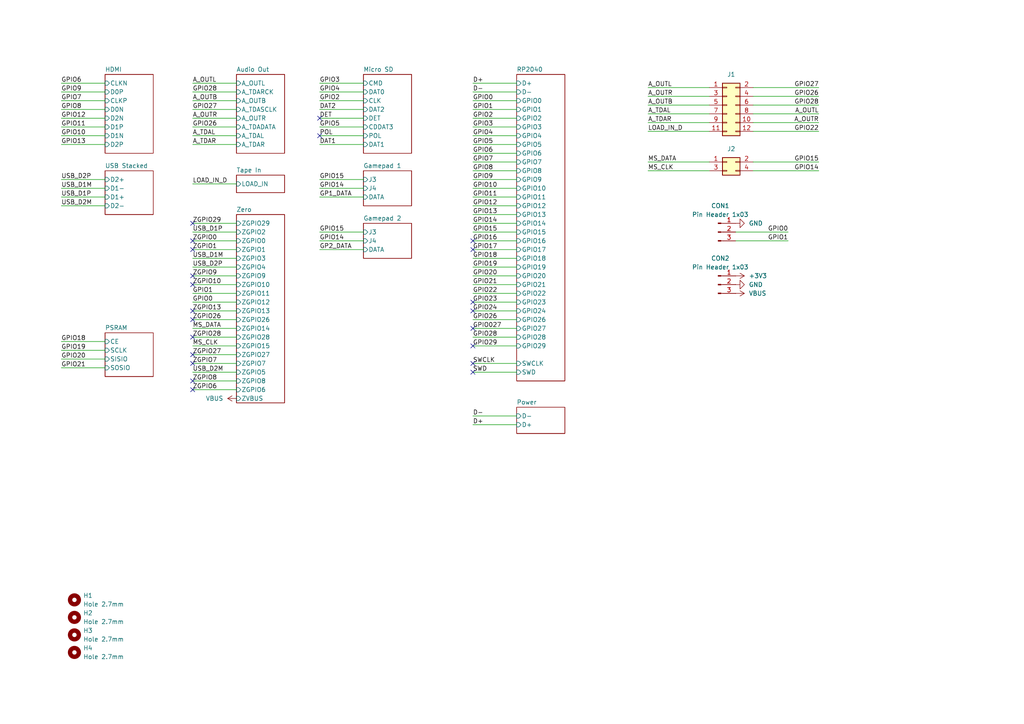
<source format=kicad_sch>
(kicad_sch (version 20250114) (generator "eeschema") (generator_version "9.0")
  (paper "A4")
  (title_block (title "FRANK M1") (date "2025-03-03") (rev "1.14") (company "Mikhail Matveev") (comment 1 "https://github.com/xtremespb/frank"))
  (lib_symbols
    (symbol "Connector:Conn_01x03_Pin" (pin_names (offset 1.016) (hide yes))
      (property "Reference" "J" (at 0 5.08 0))
      (property "Value" "Conn_01x03_Pin" (at 0 -5.08 0))
      (symbol "Conn_01x03_Pin_1_1"
        (rectangle (start 0.8636 2.667) (end 0 2.413) (stroke (width 0.1524)) (fill (type outline)))
        (rectangle (start 0.8636 0.127) (end 0 -0.127) (stroke (width 0.1524)) (fill (type outline)))
        (rectangle (start 0.8636 -2.413) (end 0 -2.667) (stroke (width 0.1524)) (fill (type outline)))
        (polyline (pts (xy 1.27 2.54) (xy 0.8636 2.54)) (stroke (width 0.1524)))
        (polyline (pts (xy 1.27 0) (xy 0.8636 0)) (stroke (width 0.1524)))
        (polyline (pts (xy 1.27 -2.54) (xy 0.8636 -2.54)) (stroke (width 0.1524)))
        (pin passive line (at 5.08 2.54 180) (length 3.81) (name "Pin_1") (number "1"))
        (pin passive line (at 5.08 0 180) (length 3.81) (name "Pin_2") (number "2"))
        (pin passive line (at 5.08 -2.54 180) (length 3.81) (name "Pin_3") (number "3"))
      )
    )
    (symbol "Connector_Generic:Conn_02x02_Odd_Even" (pin_names (offset 1.016) (hide yes))
      (property "Reference" "J" (at 1.27 2.54 0))
      (property "Value" "Conn_02x02_Odd_Even" (at 1.27 -5.08 0))
      (symbol "Conn_02x02_Odd_Even_1_1"
        (rectangle (start -1.27 1.27) (end 3.81 -3.81) (stroke (width 0.254)) (fill (type background)))
        (rectangle (start -1.27 0.127) (end 0 -0.127) (stroke (width 0.1524)))
        (rectangle (start -1.27 -2.413) (end 0 -2.667) (stroke (width 0.1524)))
        (rectangle (start 3.81 0.127) (end 2.54 -0.127) (stroke (width 0.1524)))
        (rectangle (start 3.81 -2.413) (end 2.54 -2.667) (stroke (width 0.1524)))
        (pin passive line (at -5.08 0 0) (length 3.81) (name "Pin_1") (number "1"))
        (pin passive line (at -5.08 -2.54 0) (length 3.81) (name "Pin_3") (number "3"))
        (pin passive line (at 7.62 0 180) (length 3.81) (name "Pin_2") (number "2"))
        (pin passive line (at 7.62 -2.54 180) (length 3.81) (name "Pin_4") (number "4"))
      )
    )
    (symbol "Connector_Generic:Conn_02x06_Odd_Even" (pin_names (offset 1.016) (hide yes))
      (property "Reference" "J" (at 1.27 7.62 0))
      (property "Value" "Conn_02x06_Odd_Even" (at 1.27 -10.16 0))
      (symbol "Conn_02x06_Odd_Even_1_1"
        (rectangle (start -1.27 6.35) (end 3.81 -8.89) (stroke (width 0.254)) (fill (type background)))
        (rectangle (start -1.27 5.207) (end 0 4.953) (stroke (width 0.1524)))
        (rectangle (start -1.27 2.667) (end 0 2.413) (stroke (width 0.1524)))
        (rectangle (start -1.27 0.127) (end 0 -0.127) (stroke (width 0.1524)))
        (rectangle (start -1.27 -2.413) (end 0 -2.667) (stroke (width 0.1524)))
        (rectangle (start -1.27 -4.953) (end 0 -5.207) (stroke (width 0.1524)))
        (rectangle (start -1.27 -7.493) (end 0 -7.747) (stroke (width 0.1524)))
        (rectangle (start 3.81 5.207) (end 2.54 4.953) (stroke (width 0.1524)))
        (rectangle (start 3.81 2.667) (end 2.54 2.413) (stroke (width 0.1524)))
        (rectangle (start 3.81 0.127) (end 2.54 -0.127) (stroke (width 0.1524)))
        (rectangle (start 3.81 -2.413) (end 2.54 -2.667) (stroke (width 0.1524)))
        (rectangle (start 3.81 -4.953) (end 2.54 -5.207) (stroke (width 0.1524)))
        (rectangle (start 3.81 -7.493) (end 2.54 -7.747) (stroke (width 0.1524)))
        (pin passive line (at -5.08 5.08 0) (length 3.81) (name "Pin_1") (number "1"))
        (pin passive line (at -5.08 2.54 0) (length 3.81) (name "Pin_3") (number "3"))
        (pin passive line (at -5.08 0 0) (length 3.81) (name "Pin_5") (number "5"))
        (pin passive line (at -5.08 -2.54 0) (length 3.81) (name "Pin_7") (number "7"))
        (pin passive line (at -5.08 -5.08 0) (length 3.81) (name "Pin_9") (number "9"))
        (pin passive line (at -5.08 -7.62 0) (length 3.81) (name "Pin_11") (number "11"))
        (pin passive line (at 7.62 5.08 180) (length 3.81) (name "Pin_2") (number "2"))
        (pin passive line (at 7.62 2.54 180) (length 3.81) (name "Pin_4") (number "4"))
        (pin passive line (at 7.62 0 180) (length 3.81) (name "Pin_6") (number "6"))
        (pin passive line (at 7.62 -2.54 180) (length 3.81) (name "Pin_8") (number "8"))
        (pin passive line (at 7.62 -5.08 180) (length 3.81) (name "Pin_10") (number "10"))
        (pin passive line (at 7.62 -7.62 180) (length 3.81) (name "Pin_12") (number "12"))
      )
    )
    (symbol "Mechanical:MountingHole" (pin_names (offset 1.016)) (exclude_from_sim yes) (in_bom no)
      (property "Reference" "H" (at 0 5.08 0))
      (property "Value" "MountingHole" (at 0 3.175 0))
      (symbol "MountingHole_0_1"
        (circle (center 0 0) (radius 1.27) (stroke (width 1.27)))
      )
    )
    (symbol "power:+3V3" (power) (pin_numbers (hide yes)) (pin_names (offset 0) (hide yes))
      (property "Value" "+3V3" (at 0 3.556 0))
      (symbol "+3V3_0_1"
        (polyline (pts (xy -0.762 1.27) (xy 0 2.54)))
        (polyline (pts (xy 0 2.54) (xy 0.762 1.27)))
        (polyline (pts (xy 0 0) (xy 0 2.54)))
      )
      (symbol "+3V3_1_1"
        (pin power_in line (at 0 0 90) (length 0) (name "~") (number "1"))
      )
    )
    (symbol "power:GND" (power) (pin_numbers (hide yes)) (pin_names (offset 0) (hide yes))
      (property "Value" "GND" (at 0 -3.81 0))
      (symbol "GND_0_1"
        (polyline (pts (xy 0 0) (xy 0 -1.27) (xy 1.27 -1.27) (xy 0 -2.54) (xy -1.27 -1.27) (xy 0 -1.27)))
      )
      (symbol "GND_1_1"
        (pin power_in line (at 0 0 270) (length 0) (name "~") (number "1"))
      )
    )
    (symbol "power:VBUS" (power) (pin_numbers (hide yes)) (pin_names (offset 0) (hide yes))
      (property "Value" "VBUS" (at 0 3.556 0))
      (symbol "VBUS_0_1"
        (polyline (pts (xy -0.762 1.27) (xy 0 2.54)))
        (polyline (pts (xy 0 2.54) (xy 0.762 1.27)))
        (polyline (pts (xy 0 0) (xy 0 2.54)))
      )
      (symbol "VBUS_1_1"
        (pin power_in line (at 0 0 90) (length 0) (name "~") (number "1"))
      )
    )
  )
  (no_connect (at 55.88 110.49))
  (no_connect (at 55.88 92.71))
  (no_connect (at 137.16 107.95))
  (no_connect (at 55.88 64.77))
  (no_connect (at 137.16 95.25))
  (no_connect (at 55.88 102.87))
  (no_connect (at 137.16 69.85))
  (no_connect (at 55.88 69.85))
  (no_connect (at 55.88 105.41))
  (no_connect (at 55.88 90.17))
  (no_connect (at 137.16 105.41))
  (no_connect (at 92.71 34.29))
  (no_connect (at 92.71 39.37))
  (no_connect (at 55.88 80.01))
  (no_connect (at 55.88 113.03))
  (no_connect (at 55.88 72.39))
  (no_connect (at 137.16 100.33))
  (no_connect (at 137.16 87.63))
  (no_connect (at 55.88 82.55))
  (no_connect (at 55.88 97.79))
  (no_connect (at 137.16 90.17))
  (no_connect (at 137.16 72.39))
  (wire (pts (xy 137.16 57.15) (xy 149.86 57.15)))
  (wire (pts (xy 137.16 62.23) (xy 149.86 62.23)))
  (wire (pts (xy 137.16 120.65) (xy 149.86 120.65)))
  (wire (pts (xy 137.16 36.83) (xy 149.86 36.83)))
  (wire (pts (xy 55.88 53.34) (xy 68.58 53.34)))
  (wire (pts (xy 218.44 38.1) (xy 237.49 38.1)))
  (wire (pts (xy 92.71 26.67) (xy 105.41 26.67)))
  (wire (pts (xy 137.16 46.99) (xy 149.86 46.99)))
  (wire (pts (xy 17.78 36.83) (xy 30.48 36.83)))
  (wire (pts (xy 55.88 100.33) (xy 68.58 100.33)))
  (wire (pts (xy 55.88 41.91) (xy 68.58 41.91)))
  (wire (pts (xy 187.96 25.4) (xy 205.74 25.4)))
  (wire (pts (xy 187.96 27.94) (xy 205.74 27.94)))
  (wire (pts (xy 137.16 29.21) (xy 149.86 29.21)))
  (wire (pts (xy 92.71 31.75) (xy 105.41 31.75)))
  (wire (pts (xy 137.16 82.55) (xy 149.86 82.55)))
  (wire (pts (xy 55.88 107.95) (xy 68.58 107.95)))
  (wire (pts (xy 187.96 46.99) (xy 205.74 46.99)))
  (wire (pts (xy 137.16 44.45) (xy 149.86 44.45)))
  (wire (pts (xy 17.78 59.69) (xy 30.48 59.69)))
  (wire (pts (xy 55.88 74.93) (xy 68.58 74.93)))
  (wire (pts (xy 55.88 72.39) (xy 68.58 72.39)))
  (wire (pts (xy 92.71 57.15) (xy 105.41 57.15)))
  (wire (pts (xy 228.6 69.85) (xy 213.36 69.85)))
  (wire (pts (xy 92.71 41.91) (xy 105.41 41.91)))
  (wire (pts (xy 137.16 24.13) (xy 149.86 24.13)))
  (wire (pts (xy 218.44 33.02) (xy 237.49 33.02)))
  (wire (pts (xy 17.78 54.61) (xy 30.48 54.61)))
  (wire (pts (xy 92.71 39.37) (xy 105.41 39.37)))
  (wire (pts (xy 55.88 110.49) (xy 68.58 110.49)))
  (wire (pts (xy 55.88 95.25) (xy 68.58 95.25)))
  (wire (pts (xy 55.88 97.79) (xy 68.58 97.79)))
  (wire (pts (xy 137.16 90.17) (xy 149.86 90.17)))
  (wire (pts (xy 187.96 38.1) (xy 205.74 38.1)))
  (wire (pts (xy 137.16 74.93) (xy 149.86 74.93)))
  (wire (pts (xy 218.44 27.94) (xy 237.49 27.94)))
  (wire (pts (xy 55.88 29.21) (xy 68.58 29.21)))
  (wire (pts (xy 17.78 101.6) (xy 30.48 101.6)))
  (wire (pts (xy 137.16 26.67) (xy 149.86 26.67)))
  (wire (pts (xy 55.88 67.31) (xy 68.58 67.31)))
  (wire (pts (xy 137.16 34.29) (xy 149.86 34.29)))
  (wire (pts (xy 55.88 77.47) (xy 68.58 77.47)))
  (wire (pts (xy 137.16 39.37) (xy 149.86 39.37)))
  (wire (pts (xy 55.88 80.01) (xy 68.58 80.01)))
  (wire (pts (xy 137.16 87.63) (xy 149.86 87.63)))
  (wire (pts (xy 17.78 31.75) (xy 30.48 31.75)))
  (wire (pts (xy 55.88 69.85) (xy 68.58 69.85)))
  (wire (pts (xy 187.96 49.53) (xy 205.74 49.53)))
  (wire (pts (xy 55.88 113.03) (xy 68.58 113.03)))
  (wire (pts (xy 92.71 67.31) (xy 105.41 67.31)))
  (wire (pts (xy 17.78 26.67) (xy 30.48 26.67)))
  (wire (pts (xy 17.78 24.13) (xy 30.48 24.13)))
  (wire (pts (xy 137.16 85.09) (xy 149.86 85.09)))
  (wire (pts (xy 55.88 85.09) (xy 68.58 85.09)))
  (wire (pts (xy 218.44 30.48) (xy 237.49 30.48)))
  (wire (pts (xy 92.71 36.83) (xy 105.41 36.83)))
  (wire (pts (xy 218.44 49.53) (xy 237.49 49.53)))
  (wire (pts (xy 55.88 90.17) (xy 68.58 90.17)))
  (wire (pts (xy 137.16 52.07) (xy 149.86 52.07)))
  (wire (pts (xy 55.88 26.67) (xy 68.58 26.67)))
  (wire (pts (xy 92.71 72.39) (xy 105.41 72.39)))
  (wire (pts (xy 17.78 39.37) (xy 30.48 39.37)))
  (wire (pts (xy 137.16 95.25) (xy 149.86 95.25)))
  (wire (pts (xy 17.78 104.14) (xy 30.48 104.14)))
  (wire (pts (xy 137.16 67.31) (xy 149.86 67.31)))
  (wire (pts (xy 17.78 52.07) (xy 30.48 52.07)))
  (wire (pts (xy 55.88 105.41) (xy 68.58 105.41)))
  (wire (pts (xy 137.16 105.41) (xy 149.86 105.41)))
  (wire (pts (xy 137.16 41.91) (xy 149.86 41.91)))
  (wire (pts (xy 17.78 99.06) (xy 30.48 99.06)))
  (wire (pts (xy 137.16 92.71) (xy 149.86 92.71)))
  (wire (pts (xy 17.78 29.21) (xy 30.48 29.21)))
  (wire (pts (xy 55.88 82.55) (xy 68.58 82.55)))
  (wire (pts (xy 55.88 34.29) (xy 68.58 34.29)))
  (wire (pts (xy 218.44 46.99) (xy 237.49 46.99)))
  (wire (pts (xy 92.71 52.07) (xy 105.41 52.07)))
  (wire (pts (xy 137.16 54.61) (xy 149.86 54.61)))
  (wire (pts (xy 137.16 64.77) (xy 149.86 64.77)))
  (wire (pts (xy 218.44 35.56) (xy 237.49 35.56)))
  (wire (pts (xy 17.78 57.15) (xy 30.48 57.15)))
  (wire (pts (xy 55.88 24.13) (xy 68.58 24.13)))
  (wire (pts (xy 137.16 100.33) (xy 149.86 100.33)))
  (wire (pts (xy 137.16 69.85) (xy 149.86 69.85)))
  (wire (pts (xy 55.88 36.83) (xy 68.58 36.83)))
  (wire (pts (xy 137.16 97.79) (xy 149.86 97.79)))
  (wire (pts (xy 55.88 31.75) (xy 68.58 31.75)))
  (wire (pts (xy 137.16 49.53) (xy 149.86 49.53)))
  (wire (pts (xy 137.16 107.95) (xy 149.86 107.95)))
  (wire (pts (xy 218.44 25.4) (xy 237.49 25.4)))
  (wire (pts (xy 187.96 30.48) (xy 205.74 30.48)))
  (wire (pts (xy 187.96 35.56) (xy 205.74 35.56)))
  (wire (pts (xy 137.16 59.69) (xy 149.86 59.69)))
  (wire (pts (xy 92.71 54.61) (xy 105.41 54.61)))
  (wire (pts (xy 92.71 34.29) (xy 105.41 34.29)))
  (wire (pts (xy 228.6 67.31) (xy 213.36 67.31)))
  (wire (pts (xy 55.88 64.77) (xy 68.58 64.77)))
  (wire (pts (xy 55.88 39.37) (xy 68.58 39.37)))
  (wire (pts (xy 92.71 69.85) (xy 105.41 69.85)))
  (wire (pts (xy 137.16 72.39) (xy 149.86 72.39)))
  (wire (pts (xy 55.88 87.63) (xy 68.58 87.63)))
  (wire (pts (xy 137.16 77.47) (xy 149.86 77.47)))
  (wire (pts (xy 55.88 92.71) (xy 68.58 92.71)))
  (wire (pts (xy 17.78 106.68) (xy 30.48 106.68)))
  (wire (pts (xy 137.16 31.75) (xy 149.86 31.75)))
  (wire (pts (xy 137.16 123.19) (xy 149.86 123.19)))
  (wire (pts (xy 17.78 34.29) (xy 30.48 34.29)))
  (wire (pts (xy 55.88 102.87) (xy 68.58 102.87)))
  (wire (pts (xy 92.71 29.21) (xy 105.41 29.21)))
  (wire (pts (xy 137.16 80.01) (xy 149.86 80.01)))
  (wire (pts (xy 17.78 41.91) (xy 30.48 41.91)))
  (wire (pts (xy 187.96 33.02) (xy 205.74 33.02)))
  (wire (pts (xy 92.71 24.13) (xy 105.41 24.13)))
  (label "GPIO16" (at 137.16 69.85 0))
  (label "D+" (at 137.16 24.13 0))
  (label "A_OUTL" (at 237.49 33.02 180))
  (label "GPIO7" (at 17.78 29.21 0))
  (label "GPIO14" (at 92.71 69.85 0))
  (label "GPIO15" (at 92.71 67.31 0))
  (label "ZGPIO7" (at 55.88 105.41 0))
  (label "ZGPIO8" (at 55.88 110.49 0))
  (label "GPIO10" (at 137.16 54.61 0))
  (label "GPIO19" (at 17.78 101.6 0))
  (label "GPIO3" (at 92.71 24.13 0))
  (label "GPIO26" (at 137.16 92.71 0))
  (label "USB_D1P" (at 55.88 67.31 0))
  (label "GPIO12" (at 137.16 59.69 0))
  (label "ZGPIO29" (at 55.88 64.77 0))
  (label "GP1_DATA" (at 92.71 57.15 0))
  (label "ZGPIO9" (at 55.88 80.01 0))
  (label "GPIO20" (at 17.78 104.14 0))
  (label "GPIO9" (at 137.16 52.07 0))
  (label "GPIO1" (at 228.6 69.85 180))
  (label "GPIO0" (at 55.88 87.63 0))
  (label "GPIO14" (at 92.71 54.61 0))
  (label "GPIO23" (at 137.16 87.63 0))
  (label "ZGPIO1" (at 55.88 72.39 0))
  (label "A_TDAL" (at 187.96 33.02 0))
  (label "SWCLK" (at 137.16 105.41 0))
  (label "GPIO26" (at 55.88 36.83 0))
  (label "LOAD_IN_D" (at 55.88 53.34 0))
  (label "GPIO18" (at 17.78 99.06 0))
  (label "GPIO24" (at 137.16 90.17 0))
  (label "A_OUTL" (at 187.96 25.4 0))
  (label "GPIO1" (at 137.16 31.75 0))
  (label "GPIO20" (at 137.16 80.01 0))
  (label "GPIO5" (at 92.71 36.83 0))
  (label "GPIO14" (at 137.16 64.77 0))
  (label "GPIO28" (at 55.88 26.67 0))
  (label "GPIO27" (at 55.88 31.75 0))
  (label "GPIO12" (at 17.78 34.29 0))
  (label "DAT2" (at 92.71 31.75 0))
  (label "MS_CLK" (at 187.96 49.53 0))
  (label "USB_D1M" (at 17.78 54.61 0))
  (label "GPIO15" (at 237.49 46.99 180))
  (label "SWD" (at 137.16 107.95 0))
  (label "USB_D2P" (at 17.78 52.07 0))
  (label "D-" (at 137.16 26.67 0))
  (label "A_TDAL" (at 55.88 39.37 0))
  (label "GPIO7" (at 137.16 46.99 0))
  (label "GPIO4" (at 137.16 39.37 0))
  (label "ZGPIO26" (at 55.88 92.71 0))
  (label "GPIO17" (at 137.16 72.39 0))
  (label "LOAD_IN_D" (at 187.96 38.1 0))
  (label "GPIO027" (at 137.16 95.25 0))
  (label "USB_D2M" (at 17.78 59.69 0))
  (label "GPIO15" (at 137.16 67.31 0))
  (label "MS_DATA" (at 55.88 95.25 0))
  (label "MS_CLK" (at 55.88 100.33 0))
  (label "GPIO1" (at 55.88 85.09 0))
  (label "GPIO8" (at 137.16 49.53 0))
  (label "D-" (at 137.16 120.65 0))
  (label "GPIO18" (at 137.16 74.93 0))
  (label "A_OUTB" (at 55.88 29.21 0))
  (label "GPIO5" (at 137.16 41.91 0))
  (label "GPIO28" (at 237.49 30.48 180))
  (label "ZGPIO28" (at 55.88 97.79 0))
  (label "GPIO3" (at 137.16 36.83 0))
  (label "GPIO13" (at 17.78 41.91 0))
  (label "ZGPIO27" (at 55.88 102.87 0))
  (label "A_OUTB" (at 187.96 30.48 0))
  (label "POL" (at 92.71 39.37 0))
  (label "ZGPIO13" (at 55.88 90.17 0))
  (label "GPIO2" (at 92.71 29.21 0))
  (label "GPIO6" (at 17.78 24.13 0))
  (label "GPIO11" (at 137.16 57.15 0))
  (label "GPIO22" (at 137.16 85.09 0))
  (label "DAT1" (at 92.71 41.91 0))
  (label "GP2_DATA" (at 92.71 72.39 0))
  (label "ZGPIO10" (at 55.88 82.55 0))
  (label "ZGPIO0" (at 55.88 69.85 0))
  (label "MS_DATA" (at 187.96 46.99 0))
  (label "GPIO8" (at 17.78 31.75 0))
  (label "GPIO6" (at 137.16 44.45 0))
  (label "GPIO11" (at 17.78 36.83 0))
  (label "USB_D2P" (at 55.88 77.47 0))
  (label "D+" (at 137.16 123.19 0))
  (label "GPIO26" (at 237.49 27.94 180))
  (label "A_OUTR" (at 187.96 27.94 0))
  (label "GPIO27" (at 237.49 25.4 180))
  (label "GPIO29" (at 137.16 100.33 0))
  (label "A_OUTR" (at 55.88 34.29 0))
  (label "GPIO21" (at 17.78 106.68 0))
  (label "A_OUTR" (at 237.49 35.56 180))
  (label "A_TDAR" (at 187.96 35.56 0))
  (label "GPIO13" (at 137.16 62.23 0))
  (label "A_TDAR" (at 55.88 41.91 0))
  (label "GPIO0" (at 228.6 67.31 180))
  (label "GPIO4" (at 92.71 26.67 0))
  (label "GPIO2" (at 137.16 34.29 0))
  (label "GPIO15" (at 92.71 52.07 0))
  (label "A_OUTL" (at 55.88 24.13 0))
  (label "GPIO9" (at 17.78 26.67 0))
  (label "GPIO28" (at 137.16 97.79 0))
  (label "USB_D1M" (at 55.88 74.93 0))
  (label "ZGPIO6" (at 55.88 113.03 0))
  (label "GPIO14" (at 237.49 49.53 180))
  (label "GPIO22" (at 237.49 38.1 180))
  (label "GPIO10" (at 17.78 39.37 0))
  (label "USB_D2M" (at 55.88 107.95 0))
  (label "GPIO21" (at 137.16 82.55 0))
  (label "GPIO0" (at 137.16 29.21 0))
  (label "USB_D1P" (at 17.78 57.15 0))
  (label "GPIO19" (at 137.16 77.47 0))
  (label "DET" (at 92.71 34.29 0))
  (symbol (lib_id "power:VBUS") (at 213.36 85.09 270) (unit 1)
    (property "Reference" "#PWR04" (effects (hide yes)))
    (property "Value" "VBUS" (at 217.17 85.0899 90) (effects (justify left)))
    (property "Description" "Power symbol creates a global label with name \"VBUS\"" (effects (hide yes)))
  )
  (symbol (lib_id "Connector:Conn_01x03_Pin") (at 208.28 67.31 0) (unit 1)
    (property "Reference" "CON1" (at 208.915 59.69 0))
    (property "Value" "Pin Header 1x03" (at 208.915 62.23 0))
    (property "Footprint" "FRANK:Pin Header (1x03)" (effects (hide yes)))
    (property "Description" "Generic connector, single row, 01x03, script generated" (effects (hide yes)))
    (property "AliExpress" "https://www.aliexpress.com/item/1005007039504981.html" (effects (hide yes)))
  )
  (symbol (lib_id "power:+3V3") (at 213.36 80.01 270) (unit 1)
    (property "Reference" "#PWR02" (effects (hide yes)))
    (property "Value" "+3V3" (at 217.17 80.0099 90) (effects (justify left)))
    (property "Description" "Power symbol creates a global label with name \"+3V3\"" (effects (hide yes)))
  )
  (symbol (lib_id "power:GND") (at 213.36 64.77 90) (unit 1)
    (property "Reference" "#PWR01" (effects (hide yes)))
    (property "Value" "GND" (at 217.17 64.7699 90) (effects (justify right)))
    (property "Description" "Power symbol creates a global label with name \"GND\" , ground" (effects (hide yes)))
  )
  (symbol (lib_id "Connector_Generic:Conn_02x02_Odd_Even") (at 210.82 46.99 0) (unit 1)
    (property "Reference" "J2" (at 212.09 43.18 0))
    (property "Value" "Pin Header 2x18" (effects (hide yes)))
    (property "Footprint" "FRANK:Pin Header (2x02)" (effects (hide yes)))
    (property "Description" "Generic connector, double row, 02x02, odd/even pin numbering scheme (row 1 odd numbers, row 2 even numbers), script generated (kicad-library-utils/schlib/autogen/connector/)" (effects (hide yes)))
    (property "AliExpress" "https://www.aliexpress.com/item/1005006804478835.html" (effects (hide yes)))
  )
  (symbol (lib_id "power:GND") (at 213.36 82.55 90) (unit 1)
    (property "Reference" "#PWR03" (effects (hide yes)))
    (property "Value" "GND" (at 217.17 82.5499 90) (effects (justify right)))
    (property "Description" "Power symbol creates a global label with name \"GND\" , ground" (effects (hide yes)))
  )
  (symbol (lib_id "Mechanical:MountingHole") (at 21.59 184.15 0) (unit 1) (exclude_from_sim yes) (in_bom no)
    (property "Reference" "H3" (at 24.13 182.8799 0) (effects (justify left)))
    (property "Value" "Hole 2.7mm" (at 24.13 185.4199 0) (effects (justify left)))
    (property "Footprint" "FRANK:Mounting Hole (2.7mm)" (effects (hide yes)))
    (property "Description" "Mounting Hole without connection" (effects (hide yes)))
  )
  (symbol (lib_id "Mechanical:MountingHole") (at 21.59 179.07 0) (unit 1) (exclude_from_sim yes) (in_bom no)
    (property "Reference" "H2" (at 24.13 177.7999 0) (effects (justify left)))
    (property "Value" "Hole 2.7mm" (at 24.13 180.3399 0) (effects (justify left)))
    (property "Footprint" "FRANK:Mounting Hole (2.7mm)" (effects (hide yes)))
    (property "Description" "Mounting Hole without connection" (effects (hide yes)))
  )
  (symbol (lib_id "Mechanical:MountingHole") (at 21.59 189.23 0) (unit 1) (exclude_from_sim yes) (in_bom no)
    (property "Reference" "H4" (at 24.13 187.9599 0) (effects (justify left)))
    (property "Value" "Hole 2.7mm" (at 24.13 190.4999 0) (effects (justify left)))
    (property "Footprint" "FRANK:Mounting Hole (2.7mm)" (effects (hide yes)))
    (property "Description" "Mounting Hole without connection" (effects (hide yes)))
  )
  (symbol (lib_id "Mechanical:MountingHole") (at 21.59 173.99 0) (unit 1) (exclude_from_sim yes) (in_bom no)
    (property "Reference" "H1" (at 24.13 172.7199 0) (effects (justify left)))
    (property "Value" "Hole 2.7mm" (at 24.13 175.2599 0) (effects (justify left)))
    (property "Footprint" "FRANK:Mounting Hole (2.7mm)" (effects (hide yes)))
    (property "Description" "Mounting Hole without connection" (effects (hide yes)))
  )
  (symbol (lib_id "power:VBUS") (at 68.58 115.57 90) (unit 1)
    (property "Reference" "#PWR076" (effects (hide yes)))
    (property "Value" "VBUS" (at 64.77 115.5699 90) (effects (justify left)))
    (property "Description" "Power symbol creates a global label with name \"VBUS\"" (effects (hide yes)))
  )
  (symbol (lib_id "Connector:Conn_01x03_Pin") (at 208.28 82.55 0) (unit 1)
    (property "Reference" "CON2" (at 208.915 74.93 0))
    (property "Value" "Pin Header 1x03" (at 208.915 77.47 0))
    (property "Footprint" "FRANK:Pin Header (1x03)" (effects (hide yes)))
    (property "Description" "Generic connector, single row, 01x03, script generated" (effects (hide yes)))
    (property "AliExpress" "https://www.aliexpress.com/item/1005007039504981.html" (effects (hide yes)))
  )
  (symbol (lib_id "Connector_Generic:Conn_02x06_Odd_Even") (at 210.82 30.48 0) (unit 1)
    (property "Reference" "J1" (at 212.09 21.59 0))
    (property "Value" "Pin Header 2x18" (effects (hide yes)))
    (property "Footprint" "FRANK:DIP Switch (6x6)" (effects (hide yes)))
    (property "Description" "Generic connector, double row, 02x06, odd/even pin numbering scheme (row 1 odd numbers, row 2 even numbers), script generated (kicad-library-utils/schlib/autogen/connector/)" (effects (hide yes)))
    (property "AliExpress" "https://www.aliexpress.com/item/1005006804478835.html" (effects (hide yes)))
  )
  (sheet (at 105.41 21.59) (size 13.97 22.86) (stroke (width 0.1524))
    (property "Sheetname" "Micro SD" (at 105.41 20.8784 0) (effects (justify left bottom)))
    (property "Sheetfile" "sd.kicad_sch" (effects (hide yes)))
    (pin "CMD" input (at 105.41 24.13 180))
    (pin "DAT0" input (at 105.41 26.67 180))
    (pin "CLK" input (at 105.41 29.21 180))
    (pin "DAT2" input (at 105.41 31.75 180))
    (pin "DET" input (at 105.41 34.29 180))
    (pin "CDDAT3" input (at 105.41 36.83 180))
    (pin "POL" input (at 105.41 39.37 180))
    (pin "DAT1" input (at 105.41 41.91 180))
  )
  (sheet (at 68.58 50.8) (size 13.97 5.08) (stroke (width 0.1524))
    (property "Sheetname" "Tape In" (at 68.58 50.0884 0) (effects (justify left bottom)))
    (property "Sheetfile" "tape.kicad_sch" (effects (hide yes)))
    (pin "LOAD_IN" input (at 68.58 53.34 180))
  )
  (sheet (at 149.86 118.11) (size 13.97 7.62) (stroke (width 0.1524))
    (property "Sheetname" "Power" (at 149.86 117.3984 0) (effects (justify left bottom)))
    (property "Sheetfile" "power.kicad_sch" (effects (hide yes)))
    (pin "D-" input (at 149.86 120.65 180))
    (pin "D+" input (at 149.86 123.19 180))
  )
  (sheet (at 105.41 49.53) (size 13.97 10.16) (stroke (width 0.1524))
    (property "Sheetname" "Gamepad 1" (at 105.41 48.8184 0) (effects (justify left bottom)))
    (property "Sheetfile" "gamepad.kicad_sch" (effects (hide yes)))
    (pin "J3" input (at 105.41 52.07 180))
    (pin "J4" input (at 105.41 54.61 180))
    (pin "DATA" input (at 105.41 57.15 180))
  )
  (sheet (at 149.86 21.59) (size 13.97 88.9) (stroke (width 0.1524))
    (property "Sheetname" "RP2040" (at 149.86 20.8784 0) (effects (justify left bottom)))
    (property "Sheetfile" "rp2040.kicad_sch" (effects (hide yes)))
    (pin "D+" input (at 149.86 24.13 180))
    (pin "D-" input (at 149.86 26.67 180))
    (pin "GPIO0" input (at 149.86 29.21 180))
    (pin "GPIO1" input (at 149.86 31.75 180))
    (pin "GPIO2" input (at 149.86 34.29 180))
    (pin "GPIO3" input (at 149.86 36.83 180))
    (pin "GPIO4" input (at 149.86 39.37 180))
    (pin "GPIO5" input (at 149.86 41.91 180))
    (pin "GPIO6" input (at 149.86 44.45 180))
    (pin "GPIO7" input (at 149.86 46.99 180))
    (pin "GPIO8" input (at 149.86 49.53 180))
    (pin "GPIO9" input (at 149.86 52.07 180))
    (pin "GPIO10" input (at 149.86 54.61 180))
    (pin "GPIO11" input (at 149.86 57.15 180))
    (pin "GPIO12" input (at 149.86 59.69 180))
    (pin "GPIO13" input (at 149.86 62.23 180))
    (pin "GPIO14" input (at 149.86 64.77 180))
    (pin "GPIO15" input (at 149.86 67.31 180))
    (pin "GPIO16" input (at 149.86 69.85 180))
    (pin "GPIO17" input (at 149.86 72.39 180))
    (pin "GPIO18" input (at 149.86 74.93 180))
    (pin "GPIO19" input (at 149.86 77.47 180))
    (pin "GPIO20" input (at 149.86 80.01 180))
    (pin "GPIO21" input (at 149.86 82.55 180))
    (pin "GPIO22" input (at 149.86 85.09 180))
    (pin "GPIO23" input (at 149.86 87.63 180))
    (pin "GPIO24" input (at 149.86 90.17 180))
    (pin "GPIO26" input (at 149.86 92.71 180))
    (pin "GPIO27" input (at 149.86 95.25 180))
    (pin "GPIO28" input (at 149.86 97.79 180))
    (pin "GPIO29" input (at 149.86 100.33 180))
    (pin "SWCLK" input (at 149.86 105.41 180))
    (pin "SWD" input (at 149.86 107.95 180))
  )
  (sheet (at 30.48 49.53) (size 13.97 12.7) (stroke (width 0.1524))
    (property "Sheetname" "USB Stacked" (at 30.48 48.8184 0) (effects (justify left bottom)))
    (property "Sheetfile" "usbstack.kicad_sch" (effects (hide yes)))
    (pin "D2+" input (at 30.48 52.07 180))
    (pin "D1-" input (at 30.48 54.61 180))
    (pin "D1+" input (at 30.48 57.15 180))
    (pin "D2-" input (at 30.48 59.69 180))
  )
  (sheet (at 30.48 96.52) (size 13.97 12.7) (stroke (width 0.1524))
    (property "Sheetname" "PSRAM" (at 30.48 95.8084 0) (effects (justify left bottom)))
    (property "Sheetfile" "psram.kicad_sch" (effects (hide yes)))
    (pin "CE" input (at 30.48 99.06 180))
    (pin "SCLK" input (at 30.48 101.6 180))
    (pin "SISIO" input (at 30.48 104.14 180))
    (pin "SOSIO" input (at 30.48 106.68 180))
  )
  (sheet (at 30.48 21.59) (size 13.97 22.86) (stroke (width 0.1524))
    (property "Sheetname" "HDMI" (at 30.48 20.8784 0) (effects (justify left bottom)))
    (property "Sheetfile" "hdmi.kicad_sch" (effects (hide yes)))
    (pin "CLKN" input (at 30.48 24.13 180))
    (pin "D0P" input (at 30.48 26.67 180))
    (pin "CLKP" input (at 30.48 29.21 180))
    (pin "D0N" input (at 30.48 31.75 180))
    (pin "D2N" input (at 30.48 34.29 180))
    (pin "D1P" input (at 30.48 36.83 180))
    (pin "D1N" input (at 30.48 39.37 180))
    (pin "D2P" input (at 30.48 41.91 180))
  )
  (sheet (at 105.41 64.77) (size 13.97 10.16) (stroke (width 0.1524))
    (property "Sheetname" "Gamepad 2" (at 105.41 64.0584 0) (effects (justify left bottom)))
    (property "Sheetfile" "gamepad.kicad_sch" (effects (hide yes)))
    (pin "J3" input (at 105.41 67.31 180))
    (pin "J4" input (at 105.41 69.85 180))
    (pin "DATA" input (at 105.41 72.39 180))
  )
  (sheet (at 68.58 21.59) (size 13.97 22.86) (stroke (width 0.1524))
    (property "Sheetname" "Audio Out" (at 68.58 20.8784 0) (effects (justify left bottom)))
    (property "Sheetfile" "audio.kicad_sch" (effects (hide yes)))
    (pin "A_OUTL" input (at 68.58 24.13 180))
    (pin "A_TDARCK" input (at 68.58 26.67 180))
    (pin "A_OUTB" input (at 68.58 29.21 180))
    (pin "A_TDASCLK" input (at 68.58 31.75 180))
    (pin "A_OUTR" input (at 68.58 34.29 180))
    (pin "A_TDADATA" input (at 68.58 36.83 180))
    (pin "A_TDAL" input (at 68.58 39.37 180))
    (pin "A_TDAR" input (at 68.58 41.91 180))
  )
  (sheet (at 68.58 62.23) (size 13.97 54.61) (stroke (width 0.1524))
    (property "Sheetname" "Zero" (at 68.58 61.5184 0) (effects (justify left bottom)))
    (property "Sheetfile" "zero.kicad_sch" (effects (hide yes)))
    (pin "ZGPIO29" input (at 68.58 64.77 180))
    (pin "ZGPIO2" input (at 68.58 67.31 180))
    (pin "ZGPIO0" input (at 68.58 69.85 180))
    (pin "ZGPIO1" input (at 68.58 72.39 180))
    (pin "ZGPIO3" input (at 68.58 74.93 180))
    (pin "ZGPIO4" input (at 68.58 77.47 180))
    (pin "ZGPIO9" input (at 68.58 80.01 180))
    (pin "ZGPIO10" input (at 68.58 82.55 180))
    (pin "ZGPIO11" input (at 68.58 85.09 180))
    (pin "ZGPIO12" input (at 68.58 87.63 180))
    (pin "ZGPIO13" input (at 68.58 90.17 180))
    (pin "ZGPIO26" input (at 68.58 92.71 180))
    (pin "ZGPIO14" input (at 68.58 95.25 180))
    (pin "ZGPIO28" input (at 68.58 97.79 180))
    (pin "ZGPIO15" input (at 68.58 100.33 180))
    (pin "ZGPIO27" input (at 68.58 102.87 180))
    (pin "ZGPIO7" input (at 68.58 105.41 180))
    (pin "ZGPIO5" input (at 68.58 107.95 180))
    (pin "ZGPIO8" input (at 68.58 110.49 180))
    (pin "ZGPIO6" input (at 68.58 113.03 180))
    (pin "ZVBUS" input (at 68.58 115.57 180))
  )
)
</source>
